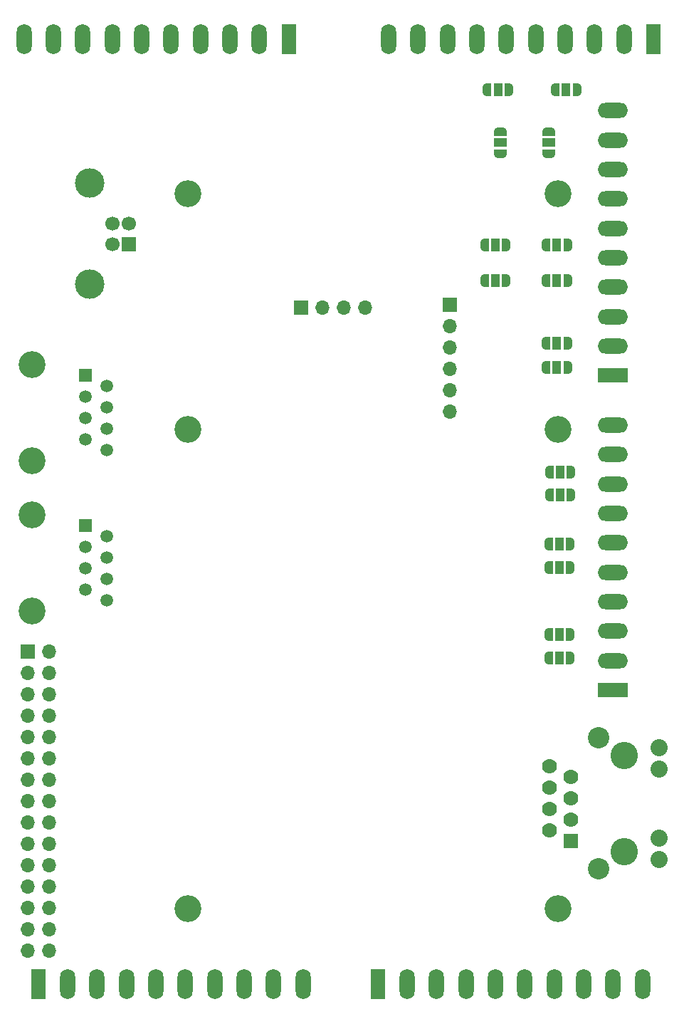
<source format=gbr>
%TF.GenerationSoftware,KiCad,Pcbnew,6.0.0-rc1-unknown-e56e61ffb5~144~ubuntu20.04.1*%
%TF.CreationDate,2021-11-28T18:30:16+01:00*%
%TF.ProjectId,Uni_Printer,556e695f-5072-4696-9e74-65722e6b6963,rev?*%
%TF.SameCoordinates,PX48009e0PY88da2e0*%
%TF.FileFunction,Soldermask,Bot*%
%TF.FilePolarity,Negative*%
%FSLAX46Y46*%
G04 Gerber Fmt 4.6, Leading zero omitted, Abs format (unit mm)*
G04 Created by KiCad (PCBNEW 6.0.0-rc1-unknown-e56e61ffb5~144~ubuntu20.04.1) date 2021-11-28 18:30:16*
%MOMM*%
%LPD*%
G01*
G04 APERTURE LIST*
G04 Aperture macros list*
%AMFreePoly0*
4,1,22,0.550000,-0.750000,0.000000,-0.750000,0.000000,-0.745033,-0.079941,-0.743568,-0.215256,-0.701293,-0.333266,-0.622738,-0.424486,-0.514219,-0.481581,-0.384460,-0.499164,-0.250000,-0.500000,-0.250000,-0.500000,0.250000,-0.499164,0.250000,-0.499963,0.256109,-0.478152,0.396186,-0.417904,0.524511,-0.324060,0.630769,-0.204165,0.706417,-0.067858,0.745374,0.000000,0.744959,0.000000,0.750000,
0.550000,0.750000,0.550000,-0.750000,0.550000,-0.750000,$1*%
%AMFreePoly1*
4,1,20,0.000000,0.744959,0.073905,0.744508,0.209726,0.703889,0.328688,0.626782,0.421226,0.519385,0.479903,0.390333,0.500000,0.250000,0.500000,-0.250000,0.499851,-0.262216,0.476331,-0.402017,0.414519,-0.529596,0.319384,-0.634700,0.198574,-0.708877,0.061801,-0.746166,0.000000,-0.745033,0.000000,-0.750000,-0.550000,-0.750000,-0.550000,0.750000,0.000000,0.750000,0.000000,0.744959,
0.000000,0.744959,$1*%
G04 Aperture macros list end*
%ADD10C,3.200000*%
%ADD11R,1.800000X3.600000*%
%ADD12O,1.800000X3.600000*%
%ADD13R,1.500000X1.500000*%
%ADD14C,1.500000*%
%ADD15R,3.600000X1.800000*%
%ADD16O,3.600000X1.800000*%
%ADD17R,1.700000X1.700000*%
%ADD18O,1.700000X1.700000*%
%ADD19C,3.251200*%
%ADD20R,1.778000X1.778000*%
%ADD21C,1.778000*%
%ADD22C,2.032000*%
%ADD23C,2.540000*%
%ADD24C,1.700000*%
%ADD25C,3.500000*%
%ADD26FreePoly0,0.000000*%
%ADD27R,1.000000X1.500000*%
%ADD28FreePoly1,0.000000*%
%ADD29FreePoly0,180.000000*%
%ADD30FreePoly1,180.000000*%
%ADD31FreePoly0,90.000000*%
%ADD32R,1.500000X1.000000*%
%ADD33FreePoly1,90.000000*%
%ADD34FreePoly0,270.000000*%
%ADD35FreePoly1,270.000000*%
G04 APERTURE END LIST*
D10*
X22500000Y101500000D03*
X66500000Y101500000D03*
X66500000Y16500000D03*
X22500000Y16500000D03*
D11*
X4700000Y7500000D03*
D12*
X8200000Y7500000D03*
X11700000Y7500000D03*
X15200000Y7500000D03*
X18700000Y7500000D03*
X22200000Y7500000D03*
X25700000Y7500000D03*
X29200000Y7500000D03*
X32700000Y7500000D03*
X36200000Y7500000D03*
D10*
X3950000Y81170000D03*
X3950000Y69740000D03*
D13*
X10300000Y79900000D03*
D14*
X12840000Y78630000D03*
X10300000Y77360000D03*
X12840000Y76090000D03*
X10300000Y74820000D03*
X12840000Y73550000D03*
X10300000Y72280000D03*
X12840000Y71010000D03*
D15*
X73100000Y42500000D03*
D16*
X73100000Y46000000D03*
X73100000Y49500000D03*
X73100000Y53000000D03*
X73100000Y56500000D03*
X73100000Y60000000D03*
X73100000Y63500000D03*
X73100000Y67000000D03*
X73100000Y70500000D03*
X73100000Y74000000D03*
D17*
X3500000Y47120000D03*
D18*
X6040000Y47120000D03*
X3500000Y44580000D03*
X6040000Y44580000D03*
X3500000Y42040000D03*
X6040000Y42040000D03*
X3500000Y39500000D03*
X6040000Y39500000D03*
X3500000Y36960000D03*
X6040000Y36960000D03*
X3500000Y34420000D03*
X6040000Y34420000D03*
X3500000Y31880000D03*
X6040000Y31880000D03*
X3500000Y29340000D03*
X6040000Y29340000D03*
X3500000Y26800000D03*
X6040000Y26800000D03*
X3500000Y24260000D03*
X6040000Y24260000D03*
X3500000Y21720000D03*
X6040000Y21720000D03*
X3500000Y19180000D03*
X6040000Y19180000D03*
X3500000Y16640000D03*
X6040000Y16640000D03*
X3500000Y14100000D03*
X6040000Y14100000D03*
X3500000Y11560000D03*
X6040000Y11560000D03*
D10*
X22500000Y73500000D03*
D17*
X53650000Y88275000D03*
D18*
X53650000Y85735000D03*
X53650000Y83195000D03*
X53650000Y80655000D03*
X53650000Y78115000D03*
X53650000Y75575000D03*
D11*
X77900000Y119900000D03*
D12*
X74400000Y119900000D03*
X70900000Y119900000D03*
X67400000Y119900000D03*
X63900000Y119900000D03*
X60400000Y119900000D03*
X56900000Y119900000D03*
X53400000Y119900000D03*
X49900000Y119900000D03*
X46400000Y119900000D03*
D11*
X34500000Y119900000D03*
D12*
X31000000Y119900000D03*
X27500000Y119900000D03*
X24000000Y119900000D03*
X20500000Y119900000D03*
X17000000Y119900000D03*
X13500000Y119900000D03*
X10000000Y119900000D03*
X6500000Y119900000D03*
X3000000Y119900000D03*
D11*
X45100000Y7500000D03*
D12*
X48600000Y7500000D03*
X52100000Y7500000D03*
X55600000Y7500000D03*
X59100000Y7500000D03*
X62600000Y7500000D03*
X66100000Y7500000D03*
X69600000Y7500000D03*
X73100000Y7500000D03*
X76600000Y7500000D03*
D15*
X73100000Y79900000D03*
D16*
X73100000Y83400000D03*
X73100000Y86900000D03*
X73100000Y90400000D03*
X73100000Y93900000D03*
X73100000Y97400000D03*
X73100000Y100900000D03*
X73100000Y104400000D03*
X73100000Y107900000D03*
X73100000Y111400000D03*
D19*
X74450000Y34760000D03*
X74450000Y23330000D03*
D20*
X68100000Y24600000D03*
D21*
X65560000Y25870000D03*
X68100000Y27140000D03*
X65560000Y28410000D03*
X68100000Y29680000D03*
X65560000Y30950000D03*
X68100000Y32220000D03*
X65560000Y33490000D03*
D22*
X78564800Y22395400D03*
X78564800Y24935000D03*
X78564800Y33130000D03*
X78564800Y35669200D03*
D23*
X71400000Y36795000D03*
X71400000Y21295000D03*
D17*
X15500000Y95500000D03*
D24*
X15500000Y98000000D03*
X13500000Y98000000D03*
X13500000Y95500000D03*
D25*
X10790000Y102770000D03*
X10790000Y90730000D03*
D17*
X36000000Y88000000D03*
D18*
X38540000Y88000000D03*
X41080000Y88000000D03*
X43620000Y88000000D03*
D10*
X66500000Y73500000D03*
X3950000Y63370000D03*
X3950000Y51940000D03*
D13*
X10300000Y62100000D03*
D14*
X12840000Y60830000D03*
X10300000Y59560000D03*
X12840000Y58290000D03*
X10300000Y57020000D03*
X12840000Y55750000D03*
X10300000Y54480000D03*
X12840000Y53210000D03*
D26*
X65100000Y95400000D03*
D27*
X66400000Y95400000D03*
D28*
X67700000Y95400000D03*
D29*
X60400000Y91200000D03*
D27*
X59100000Y91200000D03*
D30*
X57800000Y91200000D03*
D26*
X65100000Y91200000D03*
D27*
X66400000Y91200000D03*
D28*
X67700000Y91200000D03*
D26*
X65100000Y83700000D03*
D27*
X66400000Y83700000D03*
D28*
X67700000Y83700000D03*
D29*
X68100000Y65700000D03*
D27*
X66800000Y65700000D03*
D30*
X65500000Y65700000D03*
D26*
X65400000Y59900000D03*
D27*
X66700000Y59900000D03*
D28*
X68000000Y59900000D03*
D29*
X67700000Y80900000D03*
D27*
X66400000Y80900000D03*
D30*
X65100000Y80900000D03*
D29*
X60700000Y113900000D03*
D27*
X59400000Y113900000D03*
D30*
X58100000Y113900000D03*
D26*
X65400000Y49100000D03*
D27*
X66700000Y49100000D03*
D28*
X68000000Y49100000D03*
D26*
X65500000Y68450000D03*
D27*
X66800000Y68450000D03*
D28*
X68100000Y68450000D03*
D31*
X65400000Y106300000D03*
D32*
X65400000Y107600000D03*
D33*
X65400000Y108900000D03*
D29*
X60400000Y95400000D03*
D27*
X59100000Y95400000D03*
D30*
X57800000Y95400000D03*
D29*
X68000000Y46300000D03*
D27*
X66700000Y46300000D03*
D30*
X65400000Y46300000D03*
D26*
X66200000Y113900000D03*
D27*
X67500000Y113900000D03*
D28*
X68800000Y113900000D03*
D29*
X68000000Y57100000D03*
D27*
X66700000Y57100000D03*
D30*
X65400000Y57100000D03*
D34*
X59700000Y108900000D03*
D32*
X59700000Y107600000D03*
D35*
X59700000Y106300000D03*
M02*

</source>
